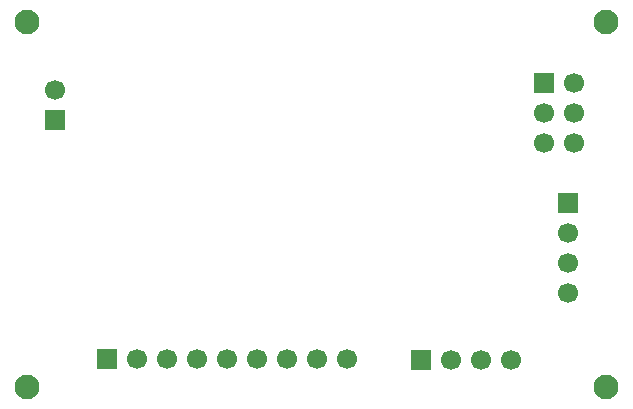
<source format=gbr>
%TF.GenerationSoftware,KiCad,Pcbnew,9.0.4*%
%TF.CreationDate,2025-12-07T20:09:46+03:30*%
%TF.ProjectId,MCU_Datalogger003_4Layer,4d43555f-4461-4746-916c-6f6767657230,2*%
%TF.SameCoordinates,Original*%
%TF.FileFunction,Soldermask,Bot*%
%TF.FilePolarity,Negative*%
%FSLAX46Y46*%
G04 Gerber Fmt 4.6, Leading zero omitted, Abs format (unit mm)*
G04 Created by KiCad (PCBNEW 9.0.4) date 2025-12-07 20:09:46*
%MOMM*%
%LPD*%
G01*
G04 APERTURE LIST*
%ADD10C,2.100000*%
%ADD11R,1.700000X1.700000*%
%ADD12C,1.700000*%
G04 APERTURE END LIST*
D10*
%TO.C,H4*%
X149984735Y-123438000D03*
%TD*%
D11*
%TO.C,J4*%
X144780000Y-97688400D03*
D12*
X147320000Y-97688400D03*
X144780000Y-100228400D03*
X147320000Y-100228400D03*
X144780000Y-102768400D03*
X147320000Y-102768400D03*
%TD*%
D10*
%TO.C,H3*%
X149984735Y-92513000D03*
%TD*%
D11*
%TO.C,BT1*%
X103360700Y-100827000D03*
D12*
X103360700Y-98287000D03*
%TD*%
D11*
%TO.C,J3*%
X107780300Y-121096200D03*
D12*
X110320300Y-121096200D03*
X112860300Y-121096200D03*
X115400300Y-121096200D03*
X117940300Y-121096200D03*
X120480300Y-121096200D03*
X123020300Y-121096200D03*
X125560300Y-121096200D03*
X128100300Y-121096200D03*
%TD*%
D11*
%TO.C,J2*%
X134348700Y-121147000D03*
D12*
X136888700Y-121147000D03*
X139428700Y-121147000D03*
X141968700Y-121147000D03*
%TD*%
D11*
%TO.C,J1*%
X146773900Y-107903000D03*
D12*
X146773900Y-110443000D03*
X146773900Y-112983000D03*
X146773900Y-115523000D03*
%TD*%
D10*
%TO.C,H1*%
X101009735Y-123438000D03*
%TD*%
%TO.C,H2*%
X101009735Y-92513000D03*
%TD*%
M02*

</source>
